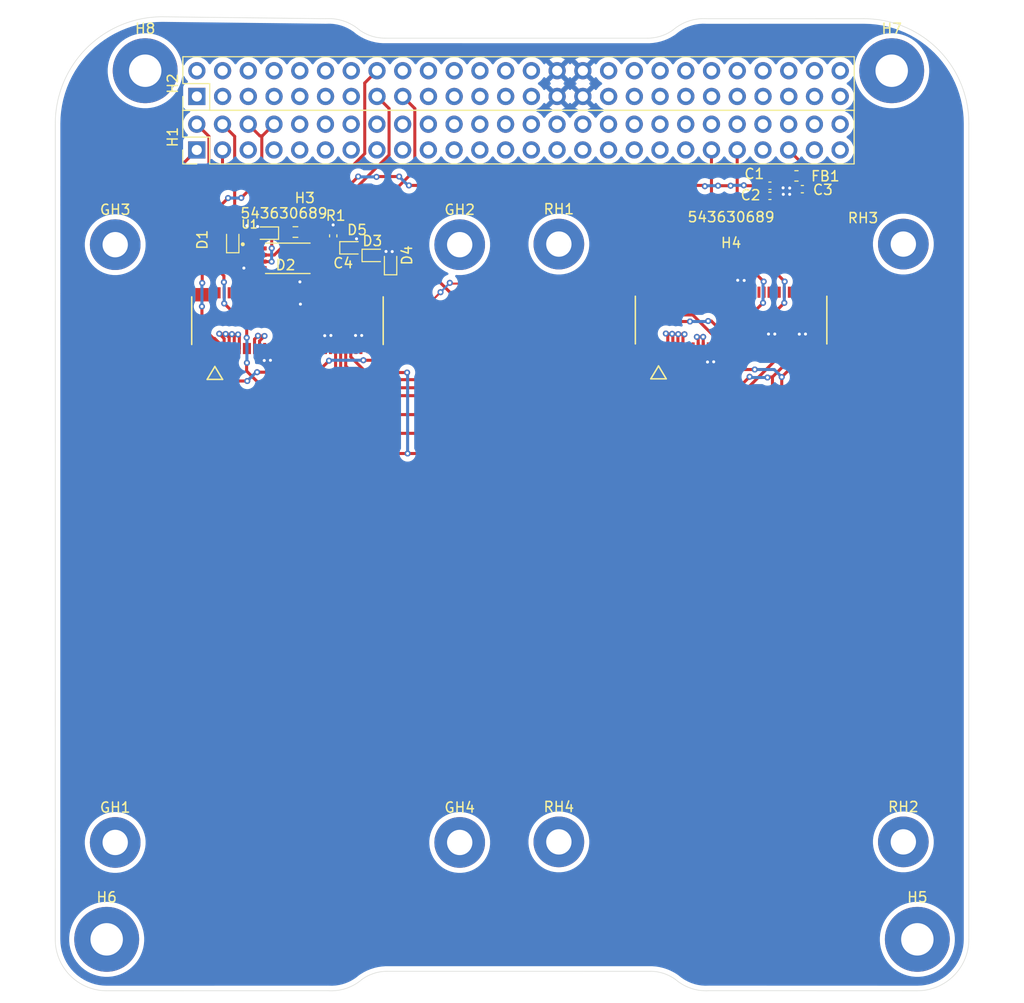
<source format=kicad_pcb>
(kicad_pcb (version 20241229) (generator "pcbnew") (generator_version "9.0")
  (layers (0 "F.Cu" signal) (4 "In1.Cu" signal) (6 "In2.Cu" signal) (2 "B.Cu" power "GNDB.Cu") (13 "F.Paste" user) (15 "B.Paste" user) (5 "F.SilkS" user "F.Silkscreen") (7 "B.SilkS" user "B.Silkscreen") (1 "F.Mask" user) (3 "B.Mask" user) (25 "Edge.Cuts" user))
  (net 0 "")
  (net 1 "3V3_S")
  (net 2 "GND")
  (net 3 "/PPS")
  (net 4 "/CLK_0")
  (net 5 "/CLK_3")
  (net 6 "/CLK_2")
  (net 7 "/CLK_1")
  (net 8 "RAW_BATT")
  (net 10 "/CAN_L")
  (net 30 "/CAN_H")
  (net 33 "5V_S")
  (net 36 "/I2C1_SCL")
  (net 49 "/CAN2_L")
  (net 50 "/CAN2_H")
  (net 51 "/I2C1_SDA")
  (net 111 "/EXT_RST")
  (net 175 "Net-(U1-1G)")
  (net 176 "/PWR_Fanout")
  (footprint "Connector_PinHeader_2.54mm:PinHeader_2x26_P2.54mm_Vertical" (layer "F.Cu") (at 134.48 63.65 90)
    (property "Reference" "H2")
    (property "Value" "Outer Bank")
  )
  (footprint "Capacitor_SMD:C_0402_1005Metric" (layer "F.Cu") (at 147.94 77.41 -90)
    (property "Reference" "C4")
    (property "Value" "0.1μF")
  )
  (footprint "MountingHole:MountingHole_2.5mm_Pad_TopBottom" (layer "F.Cu") (at 204.208427 137.221573)
    (property "Reference" "RH2")
    (property "Value" "Radio Mounting Hole")
  )
  (footprint "Diode_SMD:Nexperia_DSN1608-2_1.6x0.8mm" (layer "F.Cu") (at 138.02 78.06 90)
    (property "Reference" "D1")
    (property "Value" "TVS5B5CL")
  )
  (footprint "MountingHole:MountingHole_2.5mm_Pad_TopBottom" (layer "F.Cu") (at 126.421573 78.278427)
    (property "Reference" "GH3")
    (property "Value" "GPS Mounting Hole")
  )
  (footprint "Capacitor_SMD:C_0402_1005Metric" (layer "F.Cu") (at 191.04 73.46)
    (property "Reference" "C2")
    (property "Value" "1μF")
  )
  (footprint "Inductor_SMD:L_0603_1608Metric" (layer "F.Cu") (at 193.6575 71.49)
    (property "Reference" "FB1")
    (property "Value" "600R")
  )
  (footprint "MountingHole:MountingHole_3.2mm_M3_Pad_TopBottom" (layer "F.Cu") (at 129.38 61.11)
    (property "Reference" "H8")
    (property "Value" "Motherboard Mounting Hole")
  )
  (footprint "Capacitor_SMD:C_0402_1005Metric" (layer "F.Cu") (at 191.04 72.46 180)
    (property "Reference" "C1")
    (property "Value" "0.1μF")
  )
  (footprint "Connector_Molex:CON_MolexSlimStack_54363-0689" (layer "F.Cu") (at 143.421573 85.778427)
    (property "Reference" "H3")
    (property "Value" "GPS Connector")
  )
  (footprint "MountingHole:MountingHole_2.5mm_Pad_TopBottom" (layer "F.Cu") (at 170.208427 137.221573)
    (property "Reference" "RH4")
    (property "Value" "Radio Mounting Hole")
  )
  (footprint "Connector_PinHeader_2.54mm:PinHeader_2x26_P2.54mm_Vertical" (layer "F.Cu") (at 134.47 68.93 90)
    (property "Reference" "H1")
    (property "Value" "Inner Bank")
  )
  (footprint "MountingHole:MountingHole_3.2mm_M3_Pad_TopBottom" (layer "F.Cu") (at 203.06 61.11)
    (property "Reference" "H7")
    (property "Value" "Motherboard Mounting Hole")
  )
  (footprint "LMK1C1104PWR (1):SOP65P640X120-8N" (layer "F.Cu") (at 143.455 79.625)
    (property "Reference" "U1")
    (property "Value" "LMK1C1104PWR")
  )
  (footprint "Resistor_SMD:R_0603_1608Metric" (layer "F.Cu") (at 144.21 77.03 180)
    (property "Reference" "R1")
    (property "Value" "300k")
  )
  (footprint "MountingHole:MountingHole_2.5mm_Pad_TopBottom" (layer "F.Cu") (at 170.208427 78.221573)
    (property "Reference" "RH1")
    (property "Value" "Radio Mounting Hole")
  )
  (footprint "MountingHole:MountingHole_2.5mm_Pad_TopBottom" (layer "F.Cu") (at 160.421573 137.278427)
    (property "Reference" "GH4")
    (property "Value" "GPS Mounting Hole")
  )
  (footprint "Diode_SMD:Nexperia_DSN1608-2_1.6x0.8mm" (layer "F.Cu") (at 141.53 77.14 180)
    (property "Reference" "D2")
    (property "Value" "TVS5B5CL")
  )
  (footprint "Connector_Molex:CON_MolexSlimStack_54363-0689" (layer "F.Cu") (at 187.208427 85.721573)
    (property "Reference" "H4")
    (property "Value" "Radio Connector")
  )
  (footprint "MountingHole:MountingHole_3.2mm_M3_Pad_TopBottom" (layer "F.Cu") (at 205.59 146.84)
    (property "Reference" "H5")
    (property "Value" "Motherboard Mounting Hole")
  )
  (footprint "MountingHole:MountingHole_2.5mm_Pad_TopBottom" (layer "F.Cu") (at 126.421573 137.278427)
    (property "Reference" "GH1")
    (property "Value" "GPS Mounting Hole")
  )
  (footprint "Diode_SMD:Nexperia_DSN1608-2_1.6x0.8mm" (layer "F.Cu") (at 149.6 78.59)
    (property "Reference" "D5")
    (property "Value" "TVS5B5CL")
  )
  (footprint "Capacitor_SMD:C_0402_1005Metric" (layer "F.Cu") (at 194.24 72.8 180)
    (property "Reference" "C3")
    (property "Value" "10μF")
  )
  (footprint "Diode_SMD:Nexperia_DSN1608-2_1.6x0.8mm" (layer "F.Cu") (at 153.6 80.235 90)
    (property "Reference" "D4")
    (property "Value" "TVS5B5CL")
  )
  (footprint "MountingHole:MountingHole_2.5mm_Pad_TopBottom" (layer "F.Cu") (at 204.208427 78.221573)
    (property "Reference" "RH3")
    (property "Value" "Radio Mounting Hole")
  )
  (footprint "MountingHole:MountingHole_2.5mm_Pad_TopBottom" (layer "F.Cu") (at 160.421573 78.278427)
    (property "Reference" "GH2")
    (property "Value" "GPS Mounting Hole")
  )
  (footprint "Diode_SMD:Nexperia_DSN1608-2_1.6x0.8mm" (layer "F.Cu") (at 151.8 79.34)
    (property "Reference" "D3")
    (property "Value" "TVS5B5CL")
  )
  (footprint "MountingHole:MountingHole_3.2mm_M3_Pad_TopBottom" (layer "F.Cu") (at 125.58 146.84)
    (property "Reference" "H6")
    (property "Value" "Motherboard Mounting Hole")
  )
  (gr_arc (start 185.04155 151.910427) (mid 183.265423 151.679243) (end 181.708983 150.792921) (stroke (width 0.05)) (layer "Edge.Cuts"))
  (gr_arc (start 125.582643 151.918082) (mid 121.99002 150.430048) (end 120.501918 146.837453) (stroke (width 0.05)) (layer "Edge.Cuts"))
  (gr_arc (start 153.033615 57.894256) (mid 151.721162 57.689025) (end 150.53393 57.093093) (stroke (width 0.05)) (layer "Edge.Cuts"))
  (gr_arc (start 150.77599 150.794833) (mid 151.963222 150.198901) (end 153.275675 149.99367) (stroke (width 0.05)) (layer "Edge.Cuts"))
  (gr_line (start 184.799264 55.977499) (end 200.32 55.975348) (stroke (width 0.05)) (layer "Edge.Cuts"))
  (gr_line (start 120.501918 146.837453) (end 120.506483 66.340003) (stroke (width 0.05)) (layer "Edge.Cuts"))
  (gr_line (start 178.967238 57.896168) (end 153.033615 57.894256) (stroke (width 0.05)) (layer "Edge.Cuts"))
  (gr_line (start 147.443423 151.912339) (end 125.582643 151.918082) (stroke (width 0.05)) (layer "Edge.Cuts"))
  (gr_line (start 147.201366 55.975587) (end 131.06 55.786483) (stroke (width 0.05)) (layer "Edge.Cuts"))
  (gr_line (start 210.674652 146.8359) (end 210.674652 66.33) (stroke (width 0.05)) (layer "Edge.Cuts"))
  (gr_arc (start 120.506483 66.34) (mid 123.597537 58.877537) (end 131.06 55.786483) (stroke (width 0.05)) (layer "Edge.Cuts"))
  (gr_arc (start 150.77599 150.794833) (mid 149.21955 151.681155) (end 147.443423 151.912339) (stroke (width 0.05)) (layer "Edge.Cuts"))
  (gr_arc (start 200.32 55.975348) (mid 207.641845 59.008155) (end 210.674652 66.33) (stroke (width 0.05)) (layer "Edge.Cuts"))
  (gr_arc (start 210.674652 146.835943) (mid 209.18657 150.42849) (end 205.594023 151.916572) (stroke (width 0.05)) (layer "Edge.Cuts"))
  (gr_line (start 205.594023 151.916572) (end 185.04155 151.910427) (stroke (width 0.05)) (layer "Edge.Cuts"))
  (gr_arc (start 181.466923 57.095005) (mid 183.023363 56.208682) (end 184.79949 55.977499) (stroke (width 0.05)) (layer "Edge.Cuts"))
  (gr_line (start 179.209298 149.991758) (end 153.275675 149.99367) (stroke (width 0.05)) (layer "Edge.Cuts"))
  (gr_arc (start 181.466923 57.095005) (mid 180.279691 57.690935) (end 178.967238 57.896168) (stroke (width 0.05)) (layer "Edge.Cuts"))
  (gr_arc (start 147.201363 55.975587) (mid 148.97749 56.206771) (end 150.53393 57.093093) (stroke (width 0.05)) (layer "Edge.Cuts"))
  (gr_arc (start 179.209298 149.991758) (mid 180.521751 150.196989) (end 181.708983 150.792921) (stroke (width 0.05)) (layer "Edge.Cuts"))
  (segment (start 184.45 87.38) (end 183.83 87.38) (width 0.3) (layer "F.Cu") (net 1))
  (segment (start 183.958428 87.508428) (end 183.83 87.38) (width 0.3) (layer "F.Cu") (net 1))
  (segment (start 194.445 72.525) (end 194.72 72.8) (width 0.3) (layer "F.Cu") (net 1))
  (segment (start 194.43 71.475) (end 194.445 71.49) (width 0.5) (layer "F.Cu") (net 1))
  (segment (start 184.458427 88.471573) (end 184.458427 87.388427) (width 0.3) (layer "F.Cu") (net 1))
  (segment (start 184.458427 88.471573) (end 183.958428 88.471573) (width 0.3) (layer "F.Cu") (net 1))
  (segment (start 140.53 87.29) (end 140.51 87.27) (width 0.3) (layer "F.Cu") (net 1))
  (segment (start 183.958428 88.471573) (end 183.958428 87.508428) (width 0.3) (layer "F.Cu") (net 1))
  (segment (start 194.445 71.49) (end 194.445 72.525) (width 0.3) (layer "F.Cu") (net 1))
  (segment (start 140.671573 87.778427) (end 141.16 87.29) (width 0.3) (layer "F.Cu") (net 1))
  (segment (start 140.171574 87.608426) (end 140.51 87.27) (width 0.3) (layer "F.Cu") (net 1))
  (segment (start 140.671573 88.528427) (end 140.171574 88.528427) (width 0.3) (layer "F.Cu") (net 1))
  (segment (start 140.671573 88.528427) (end 140.671573 87.778427) (width 0.3) (layer "F.Cu") (net 1))
  (segment (start 194.445 70.485) (end 194.445 71.49) (width 0.3) (layer "F.Cu") (net 1))
  (segment (start 194.68 71.725) (end 194.445 71.49) (width 0.3) (layer "F.Cu") (net 1))
  (segment (start 192.89 68.93) (end 194.445 70.485) (width 0.3) (layer "F.Cu") (net 1))
  (segment (start 184.458427 87.388427) (end 184.45 87.38) (width 0.3) (layer "F.Cu") (net 1))
  (segment (start 141.16 87.29) (end 140.53 87.29) (width 0.3) (layer "F.Cu") (net 1))
  (segment (start 140.171574 88.528427) (end 140.171574 87.608426) (width 0.3) (layer "F.Cu") (net 1))
  (via (at 184.45 87.38) (size 0.6) (drill 0.3) (layers "F.Cu" "B.Cu") (net 1))
  (via (at 183.83 87.38) (size 0.6) (drill 0.3) (layers "F.Cu" "B.Cu") (net 1))
  (via (at 141.16 87.29) (size 0.6) (drill 0.3) (layers "F.Cu" "B.Cu") (net 1))
  (via (at 140.51 87.27) (size 0.6) (drill 0.3) (layers "F.Cu" "B.Cu") (net 1))
  (segment (start 187.88 81.81) (end 187.86 81.79) (width 0.3) (layer "F.Cu") (net 2))
  (segment (start 185.49 89.84) (end 185.49 88.503145) (width 0.2) (layer "F.Cu") (net 2))
  (segment (start 193.95 87.1) (end 193.94 87.11) (width 0.3) (layer "F.Cu") (net 2))
  (segment (start 188.458427 81.851573) (end 188.5 81.81) (width 0.3) (layer "F.Cu") (net 2))
  (segment (start 193.958429 87.128429) (end 193.94 87.11) (width 0.2) (layer "F.Cu") (net 2))
  (segment (start 193.958429 88.471573) (end 193.958429 87.128429) (width 0.2) (layer "F.Cu") (net 2))
  (segment (start 184.958429 88.471573) (end 184.958429 89.781571) (width 0.3) (layer "F.Cu") (net 2))
  (segment (start 194.55 87.1) (end 193.95 87.1) (width 0.3) (layer "F.Cu") (net 2))
  (segment (start 188.5 81.81) (end 187.88 81.81) (width 0.3) (layer "F.Cu") (net 2))
  (segment (start 141.15 89.69) (end 141.13 89.71) (width 0.3) (layer "F.Cu") (net 2))
  (segment (start 187.958428 81.888428) (end 187.86 81.79) (width 0.2) (layer "F.Cu") (net 2))
  (segment (start 147.1 87.26) (end 147.69 87.26) (width 0.3) (layer "F.Cu") (net 2))
  (segment (start 194.458428 88.471573) (end 194.458428 87.191572) (width 0.3) (layer "F.Cu") (net 2))
  (segment (start 147.94 76.93) (end 147.94 76.34) (width 0.4) (layer "F.Cu") (net 2))
  (segment (start 187.94 82.953145) (end 187.958428 82.971573) (width 0.2) (layer "F.Cu") (net 2))
  (segment (start 185.458428 89.808428) (end 185.49 89.84) (width 0.2) (layer "F.Cu") (net 2))
  (segment (start 184.9 89.84) (end 184.88 89.86) (width 0.2) (layer "F.Cu") (net 2))
  (segment (start 150.2 77.74) (end 150.24 77.7) (width 0.4) (layer "F.Cu") (net 2))
  (segment (start 150.671574 87.318426) (end 150.75 87.24) (width 0.3) (layer "F.Cu") (net 2))
  (segment (start 138.02 77.46) (end 138.35 77.46) (width 0.3) (layer "F.Cu") (net 2))
  (segment (start 150.2 78.59) (end 150.2 77.74) (width 0.4) (layer "F.Cu") (net 2))
  (segment (start 147.671575 88.528427) (end 147.171573 88.528427) (width 0.3) (layer "F.Cu") (net 2))
  (segment (start 150.172573 87.272573) (end 150.172573 88.528427) (width 0.3) (layer "F.Cu") (net 2))
  (segment (start 144.671573 84.121573) (end 144.7 84.15) (width 0.3) (layer "F.Cu") (net 2))
  (segment (start 141.171575 89.668425) (end 141.13 89.71) (width 0.3) (layer "F.Cu") (net 2))
  (segment (start 144.171574 83.028427) (end 144.171574 82.428426) (width 0.3) (layer "F.Cu") (net 2))
  (segment (start 150.671574 88.528427) (end 150.171575 88.528427) (width 0.3) (layer "F.Cu") (net 2))
  (segment (start 141.171575 88.528427) (end 141.671574 88.528427) (width 0.3) (layer "F.Cu") (net 2))
  (segment (start 150.14 87.24) (end 150.172573 87.272573) (width 0.3) (layer "F.Cu") (net 2))
  (segment (start 191.458429 88.471573) (end 191.458429 87.161571) (width 0.3) (layer "F.Cu") (net 2))
  (segment (start 190.959428 87.159428) (end 190.959428 88.471573) (width 0.3) (layer "F.Cu") (net 2))
  (segment (start 184.958429 89.911571) (end 184.88 89.99) (width 0.2) (layer "F.Cu") (net 2))
  (segment (start 140.48 76.69) (end 140.93 77.14) (width 0.4) (layer "F.Cu") (net 2))
  (segment (start 139.13 80.6) (end 139.12 80.59) (width 0.4) (layer "F.Cu") (net 2))
  (segment (start 140.48 76.49) (end 139.5 76.49) (width 0.4) (layer "F.Cu") (net 2))
  (segment (start 187.958428 82.971573) (end 187.958428 81.888428) (width 0.2) (layer "F.Cu") (net 2))
  (segment (start 185.49 88.503145) (end 185.458428 88.471573) (width 0.2) (layer "F.Cu") (net 2))
  (segment (start 141.671574 89.621574) (end 141.74 89.69) (width 0.3) (layer "F.Cu") (net 2))
  (segment (start 138.35 77.46) (end 139.41 76.4) (width 0.3) (layer "F.Cu") (net 2))
  (segment (start 193.96 88.470002) (end 193.958429 88.471573) (width 0.2) (layer "F.Cu") (net 2))
  (segment (start 144.671573 83.028427) (end 144.171574 83.028427) (width 0.3) (layer "F.Cu") (net 2))
  (segment (start 190.9 87.1) (end 190.959428 87.159428) (width 0.3) (layer "F.Cu") (net 2))
  (segment (start 191.02 88.41) (end 190.958427 88.471573) (width 0.2) (layer "F.Cu") (net 2))
  (segment (start 194.458428 88.471573) (end 193.958429 88.471573) (width 0.3) (layer "F.Cu") (net 2))
  (segment (start 184.958429 89.781571) (end 184.88 89.86) (width 0.3) (layer "F.Cu") (net 2))
  (segment (start 144.171574 82.428426) (end 144.65 81.95) (width 0.3) (layer "F.Cu") (net 2))
  (segment (start 150.171575 88.528427) (end 150.171575 88.621575) (width 0.2) (layer "F.Cu") (net 2))
  (segment (start 141.171575 88.528427) (end 141.171575 89.668425) (width 0.3) (layer "F.Cu") (net 2))
  (segment (start 141.671574 88.528427) (end 141.671574 89.621574) (width 0.3) (layer "F.Cu") (net 2))
  (segment (start 191.458429 88.471573) (end 190.958427 88.471573) (width 0.3) (layer "F.Cu") (net 2))
  (segment (start 150.671574 88.528427) (end 150.671574 87.318426) (width 0.3) (layer "F.Cu") (net 2))
  (segment (start 188.458427 82.971573) (end 188.458427 81.851573) (width 0.3) (layer "F.Cu") (net 2))
  (segment (start 191.52 87.1) (end 190.9 87.1) (width 0.3) (layer "F.Cu") (net 2))
  (segment (start 150.14 87.24) (end 150.75 87.24) (width 0.3) (layer "F.Cu") (net 2))
  (segment (start 141.74 89.69) (end 141.15 89.69) (width 0.3) (layer "F.Cu") (net 2))
  (segment (start 194.458428 87.191572) (end 194.55 87.1) (width 0.3) (layer "F.Cu") (net 2))
  (segment (start 185.458428 89.978428) (end 185.47 89.99) (width 0.2) (layer "F.Cu") (net 2))
  (segment (start 147.69 87.26) (end 147.71 87.24) (width 0.3) (layer "F.Cu") (net 2))
  (segment (start 191.458429 87.161571) (end 191.52 87.1) (width 0.3) (layer "F.Cu") (net 2))
  (segment (start 140.585 80.6) (end 139.13 80.6) (width 0.4) (layer "F.Cu") (net 2))
  (segment (start 140.48 76.49) (end 140.48 76.69) (width 0.4) (layer "F.Cu") (net 2))
  (segment (start 144.671573 83.028427) (end 144.671573 84.121573) (width 0.3) (layer "F.Cu") (net 2))
  (segment (start 147.94 76.34) (end 147.93 76.33) (width 0.4) (layer "F.Cu") (net 2))
  (segment (start 188.458427 82.971573) (end 187.958428 82.971573) (width 0.3) (layer "F.Cu") (net 2))
  (segment (start 185.458428 88.471573) (end 184.958429 88.471573) (width 0.2) (layer "F.Cu") (net 2))
  (segment (start 147.670574 87.279426) (end 147.670574 88.528427) (width 0.3) (layer "F.Cu") (net 2))
  (segment (start 147.171573 87.331573) (end 147.1 87.26) (width 0.3) (layer "F.Cu") (net 2))
  (segment (start 147.71 87.24) (end 147.670574 87.279426) (width 0.3) (layer "F.Cu") (net 2))
  (segment (start 147.171573 88.528427) (end 147.171573 87.331573) (width 0.3) (layer "F.Cu") (net 2))
  (via (at 147.93 76.33) (size 0.6) (drill 0.3) (layers "F.Cu" "B.Cu") (net 2))
  (via (at 153.76 78.96) (size 0.6) (drill 0.3) (layers "F.Cu" "B.Cu") (net 2))
  (via (at 191.52 87.1) (size 0.6) (drill 0.3) (layers "F.Cu" "B.Cu") (net 2))
  (via (at 141.74 89.69) (size 0.6) (drill 0.3) (layers "F.Cu" "B.Cu") (net 2))
  (via (at 188.5 81.81) (size 0.6) (drill 0.3) (layers "F.Cu" "B.Cu") (net 2))
  (via (at 141.13 89.71) (size 0.6) (drill 0.3) (layers "F.Cu" "B.Cu") (net 2))
  (via (at 150.24 77.7) (size 0.6) (drill 0.3) (layers "F.Cu" "B.Cu") (net 2))
  (via (at 194.55 87.1) (size 0.6) (drill 0.3) (layers "F.Cu" "B.Cu") (net 2))
  (via (at 190.9 87.1) (size 0.6) (drill 0.3) (layers "F.Cu" "B.Cu") (net 2))
  (via (at 192.34 72.67) (size 0.6) (drill 0.3) (layers "F.Cu" "B.Cu") (net 2))
  (via (at 140.48 76.49) (size 0.6) (drill 0.3) (layers "F.Cu" "B.Cu") (net 2))
  (via (at 193.94 87.11) (size 0.6) (drill 0.3) (layers "F.Cu" "B.Cu") (net 2))
  (via (at 153.15 78.95) (size 0.6) (drill 0.3) (layers "F.Cu" "B.Cu") (net 2))
  (via (at 144.65 81.95) (size 0.6) (drill 0.3) (layers "F.Cu" "B.Cu") (net 2))
  (via (at 187.86 81.79) (size 0.6) (drill 0.3) (layers "F.Cu" "B.Cu") (net 2))
  (via (at 144.7 84.15) (size 0.6) (drill 0.3) (layers "F.Cu" "B.Cu") (net 2))
  (via (at 139.12 80.59) (size 0.6) (drill 0.3) (layers "F.Cu" "B.Cu") (net 2))
  (via (at 150.14 87.24) (size 0.6) (drill 0.3) (layers "F.Cu" "B.Cu") (net 2))
  (via (at 185.49 89.84) (size 0.6) (drill 0.3) (layers "F.Cu" "B.Cu") (net 2))
  (via (at 192.99 72.69) (size 0.6) (drill 0.3) (layers "F.Cu" "B.Cu") (net 2))
  (via (at 147.1 87.26) (size 0.6) (drill 0.3) (layers "F.Cu" "B.Cu") (net 2))
  (via (at 192.36 73.31) (size 0.6) (drill 0.3) (layers "F.Cu" "B.Cu") (net 2))
  (via (at 150.75 87.24) (size 0.6) (drill 0.3) (layers "F.Cu" "B.Cu") (net 2))
  (via (at 184.88 89.86) (size 0.6) (drill 0.3) (layers "F.Cu" "B.Cu") (net 2))
  (via (at 192.99 73.31) (size 0.6) (drill 0.3) (layers "F.Cu" "B.Cu") (net 2))
  (via (at 147.71 87.24) (size 0.6) (drill 0.3) (layers "F.Cu" "B.Cu") (net 2))
  (via (at 139.41 76.4) (size 0.6) (drill 0.3) (layers "F.Cu" "B.Cu") (net 2))
  (segment (start 143.671573 82.321573) (end 143.19 81.84) (width 0.3) (layer "F.Cu") (net 3))
  (segment (start 143.671573 83.028427) (end 143.671573 82.321573) (width 0.3) (layer "F.Cu") (net 3))
  (segment (start 138.701 81.84) (end 138.02 81.159) (width 0.3) (layer "F.Cu") (net 3))
  (segment (start 138.325 78.65) (end 138.02 78.345) (width 0.3) (layer "F.Cu") (net 3))
  (segment (start 140.585 78.65) (end 138.325 78.65) (width 0.3) (layer "F.Cu") (net 3))
  (segment (start 138.02 81.159) (end 138.02 78.345) (width 0.3) (layer "F.Cu") (net 3))
  (segment (start 143.19 81.84) (end 138.701 81.84) (width 0.3) (layer "F.Cu") (net 3))
  (segment (start 151.049 69.289471) (end 151.049 62.321) (width 0.3) (layer "F.Cu") (net 4))
  (segment (start 141.869998 77.195002) (end 141.895 77.17) (width 0.3) (layer "F.Cu") (net 4))
  (segment (start 148.418471 71.92) (end 151.049 69.289471) (width 0.3) (layer "F.Cu") (net 4))
  (segment (start 151.049 62.321) (end 152.26 61.11) (width 0.3) (layer "F.Cu") (net 4))
  (segment (start 141.9 77.165) (end 141.9 73.74) (width 0.3) (layer "F.Cu") (net 4))
  (segment (start 140.585 79.95) (end 141.86 79.95) (width 0.3) (layer "F.Cu") (net 4))
  (segment (start 141.869998 78.630763) (end 141.869998 77.195002) (width 0.3) (layer "F.Cu") (net 4))
  (segment (start 141.9 73.74) (end 143.72 71.92) (width 0.3) (layer "F.Cu") (net 4))
  (segment (start 141.895 77.17) (end 141.9 77.165) (width 0.3) (layer "F.Cu") (net 4))
  (segment (start 143.72 71.92) (end 148.418471 71.92) (width 0.3) (layer "F.Cu") (net 4))
  (via (at 141.86 79.95) (size 0.6) (drill 0.3) (layers "F.Cu" "B.Cu") (net 4))
  (via (at 141.869998 78.630763) (size 0.6) (drill 0.3) (layers "F.Cu" "B.Cu") (net 4))
  (segment (start 141.86 78.640761) (end 141.869998 78.630763) (width 0.3) (layer "B.Cu") (net 4))
  (segment (start 141.86 79.95) (end 141.86 78.640761) (width 0.3) (layer "B.Cu") (net 4))
  (segment (start 187.458427 82.971573) (end 187.458427 83.681573) (width 0.3) (layer "F.Cu") (net 5))
  (segment (start 160.725 84.245) (end 157 80.52) (width 0.3) (layer "F.Cu") (net 5))
  (segment (start 187.458427 83.681573) (end 186.895 84.245) (width 0.3) (layer "F.Cu") (net 5))
  (segment (start 157 80.52) (end 153.6 80.52) (width 0.3) (layer "F.Cu") (net 5))
  (segment (start 146.325 80.6) (end 153.52 80.6) (width 0.3) (layer "F.Cu") (net 5))
  (segment (start 186.895 84.245) (end 160.725 84.245) (width 0.3) (layer "F.Cu") (net 5))
  (segment (start 153.52 80.6) (end 153.6 80.52) (width 0.3) (layer "F.Cu") (net 5))
  (segment (start 151.515 79.34) (end 151.515 75.405) (width 0.3) (layer "F.Cu") (net 6))
  (segment (start 155.991 64.841) (end 154.8 63.65) (width 0.3) (layer "F.Cu") (net 6))
  (segment (start 146.325 79.3) (end 151.475 79.3) (width 0.3) (layer "F.Cu") (net 6))
  (segment (start 155.991 70.929) (end 155.991 64.841) (width 0.3) (layer "F.Cu") (net 6))
  (segment (start 151.515 75.405) (end 155.991 70.929) (width 0.3) (layer "F.Cu") (net 6))
  (segment (start 151.475 79.3) (end 151.515 79.34) (width 0.3) (layer "F.Cu") (net 6))
  (segment (start 153.451 69.427471) (end 153.451 64.841) (width 0.3) (layer "F.Cu") (net 7))
  (segment (start 146.325 78.65) (end 149.255 78.65) (width 0.3) (layer "F.Cu") (net 7))
  (segment (start 149.315 78.59) (end 149.315 73.563471) (width 0.3) (layer "F.Cu") (net 7))
  (segment (start 149.255 78.65) (end 149.315 78.59) (width 0.3) (layer "F.Cu") (net 7))
  (segment (start 153.451 64.841) (end 152.26 63.65) (width 0.3) (layer "F.Cu") (net 7))
  (segment (start 149.315 73.563471) (end 153.451 69.427471) (width 0.3) (layer "F.Cu") (net 7))
  (segment (start 136.671574 90.281574) (end 136.171575 89.781575) (width 0.3) (layer "F.Cu") (net 8))
  (segment (start 180.458428 88.471573) (end 180.458428 89.351572) (width 0.3) (layer "F.Cu") (net 8))
  (segment (start 138.12462 91.73462) (end 136.671574 90.281574) (width 0.3) (layer "F.Cu") (net 8))
  (segment (start 134.98 86.39685) (end 134.98 84.378429) (width 0.3) (layer "F.Cu") (net 8))
  (segment (start 136.171575 89.781575) (end 136.171575 88.528427) (width 0.3) (layer "F.Cu") (net 8))
  (segment (start 140.889 67.591) (end 140.945 67.535) (width 0.3) (layer "F.Cu") (net 8))
  (segment (start 136.171575 88.528427) (end 136.171575 87.588425) (width 0.3) (layer "F.Cu") (net 8))
  (segment (start 135.01 82.058425) (end 135.01 76.231) (width 0.3) (layer "F.Cu") (net 8))
  (segment (start 180.12 89.69) (end 173.68 89.69) (width 0.3) (layer "F.Cu") (net 8))
  (segment (start 173.68 89.69) (end 150.91924 89.69) (width 0.3) (layer "F.Cu") (net 8))
  (segment (start 136.171575 87.588425) (end 136.23 87.53) (width 0.3) (layer "F.Cu") (net 8))
  (segment (start 138.861 73.66) (end 140.889 71.632) (width 0.3) (layer "F.Cu") (net 8))
  (segment (start 180.458428 89.351572) (end 180.12 89.69) (width 0.3) (layer "F.Cu") (net 8))
  (segment (start 146.386194 90.86538) (end 140.42462 90.86538) (width 0.3) (layer "F.Cu") (net 8))
  (segment (start 139.55 66.39) (end 140.695 67.535) (width 0.3) (layer "F.Cu") (net 8))
  (segment (start 136.671574 90.281574) (end 136.671574 88.528427) (width 0.3) (layer "F.Cu") (net 8))
  (segment (start 179.958429 88.471573) (end 179.958429 89.321573) (width 0.3) (layer "F.Cu") (net 8))
  (segment (start 139.45538 91.73462) (end 138.12462 91.73462) (width 0.3) (layer "F.Cu") (net 8))
  (segment (start 136.671574 87.971574) (end 136.23 87.53) (width 0.3) (layer "F.Cu") (net 8))
  (segment (start 150.91924 89.69) (end 150.91462 89.68538) (width 0.3) (layer "F.Cu") (net 8))
  (segment (start 136.171575 87.588425) (end 134.98 86.39685) (width 0.3) (layer "F.Cu") (net 8))
  (segment (start 140.695 67.535) (end 140.945 67.535) (width 0.3) (layer "F.Cu") (net 8))
  (segment (start 136.671574 88.528427) (end 136.671574 87.971574) (width 0.3) (layer "F.Cu") (net 8))
  (segment (start 147.521574 89.73) (end 146.386194 90.86538) (width 0.3) (layer "F.Cu") (net 8))
  (segment (start 135.01 76.231) (end 137.561 73.68) (width 0.3) (layer "F.Cu") (net 8))
  (segment (start 179.958429 89.321573) (end 179.590002 89.69) (width 0.3) (layer "F.Cu") (net 8))
  (segment (start 140.889 71.632) (end 140.889 67.591) (width 0.3) (layer "F.Cu") (net 8))
  (segment (start 140.945 67.535) (end 142.09 66.39) (width 0.3) (layer "F.Cu") (net 8))
  (via (at 139.45538 91.73462) (size 0.6) (drill 0.3) (layers "F.Cu" "B.Cu") (net 8))
  (via (at 135.01 82.058425) (size 0.6) (drill 0.3) (layers "F.Cu" "B.Cu") (net 8))
  (via (at 134.98 84.378429) (size 0.6) (drill 0.3) (layers "F.Cu" "B.Cu") (net 8))
  (via (at 137.561 73.68) (size 0.6) (drill 0.3) (layers "F.Cu" "B.Cu") (net 8))
  (via (at 147.521574 89.73) (size 0.6) (drill 0.3) (layers "F.Cu" "B.Cu") (net 8))
  (via (at 138.861 73.66) (size 0.6) (drill 0.3) (layers "F.Cu" "B.Cu") (net 8))
  (via (at 150.91462 89.68538) (size 0.6) (drill 0.3) (layers "F.Cu" "B.Cu") (net 8))
  (via (at 140.42462 90.86538) (size 0.6) (drill 0.3) (layers "F.Cu" "B.Cu") (net 8))
  (segment (start 150.91462 89.68538) (end 147.566194 89.68538) (width 0.3) (layer "B.Cu") (net 8))
  (segment (start 137.561 73.68) (end 138.841 73.68) (width 0.3) (layer "B.Cu") (net 8))
  (segment (start 140.42462 90.86538) (end 140.32462 90.86538) (width 0.3) (layer "B.Cu") (net 8))
  (segment (start 138.841 73.68) (end 138.861 73.66) (width 0.3) (layer "B.Cu") (net 8))
  (segment (start 134.98 82.088425) (end 135.01 82.058425) (width 0.3) (layer "B.Cu") (net 8))
  (segment (start 134.98 84.378429) (end 134.98 82.088425) (width 0.3) (layer "B.Cu") (net 8))
  (segment (start 140.32462 90.86538) (end 139.45538 91.73462) (width 0.3) (layer "B.Cu") (net 8))
  (segment (start 147.566194 89.68538) (end 147.521574 89.73) (width 0.3) (layer "B.Cu") (net 8))
  (segment (start 151.21 90.9) (end 149.671573 89.361573) (width 0.3) (layer "F.Cu") (net 10))
  (segment (start 155.23 90.9) (end 151.21 90.9) (width 0.3) (layer "F.Cu") (net 10))
  (segment (start 155.28 98.89) (end 138.56 98.89) (width 0.3) (layer "F.Cu") (net 10))
  (segment (start 149.671573 89.361573) (end 149.671573 88.528427) (width 0.3) (layer "F.Cu") (net 10))
  (segment (start 130.12 90.45) (end 130.12 73.28) (width 0.3) (layer "F.Cu") (net 10))
  (segment (start 130.12 73.28) (end 134.47 68.93) (width 0.3) (layer "F.Cu") (net 10))
  (segment (start 190.52 98.89) (end 155.28 98.89) (width 0.3) (layer "F.Cu") (net 10))
  (segment (start 193.458427 88.471573) (end 193.458427 95.951573) (width 0.3) (layer "F.Cu") (net 10))
  (segment (start 193.458427 95.951573) (end 190.52 98.89) (width 0.3) (layer "F.Cu") (net 10))
  (segment (start 138.56 98.89) (end 130.12 90.45) (width 0.3) (layer "F.Cu") (net 10))
  (via (at 155.28 98.89) (size 0.6) (drill 0.3) (layers "F.Cu" "B.Cu") (net 10))
  (via (at 155.23 90.9) (size 0.6) (drill 0.3) (layers "F.Cu" "B.Cu") (net 10))
  (segment (start 155.28 98.89) (end 155.28 90.95) (width 0.3) (layer "B.Cu") (net 10))
  (segment (start 155.28 90.95) (end 155.23 90.9) (width 0.3) (layer "B.Cu") (net 10))
  (segment (start 133.97059 75.38941) (end 137.01 72.35) (width 0.3) (layer "F.Cu") (net 30))
  (segment (start 189.24 95.05) (end 146.31 95.05) (width 0.3) (layer "F.Cu") (net 30))
  (segment (start 191.29 93) (end 189.24 95.05) (width 0.3) (layer "F.Cu") (net 30))
  (segment (start 191.29 91.34) (end 190.84924 91.34) (width 0.3) (layer "F.Cu") (net 30))
  (segment (start 137.01 72.35) (end 137.01 68.93) (width 0.3) (layer "F.Cu") (net 30))
  (segment (start 189.03538 91.31538) (end 187.95076 92.4) (width 0.3) (layer "F.Cu") (net 30))
  (segment (start 148.671573 91.051573) (end 150.02 92.4) (width 0.3) (layer "F.Cu") (net 30))
  (segment (start 192.458427 88.471573) (end 192.458427 90.171573) (width 0.3) (layer "F.Cu") (net 30))
  (segment (start 133.97059 89.349427) (end 133.97059 75.38941) (width 0.3) (layer "F.Cu") (net 30))
  (segment (start 187.95076 92.4) (end 150.02 92.4) (width 0.3) (layer "F.Cu") (net 30))
  (segment (start 139.671163 95.05) (end 133.97059 89.349427) (width 0.3) (layer "F.Cu") (net 30))
  (segment (start 148.671573 88.528427) (end 148.671573 91.051573) (width 0.3) (layer "F.Cu") (net 30))
  (segment (start 146.31 95.05) (end 139.671163 95.05) (width 0.3) (layer "F.Cu") (net 30))
  (segment (start 190.84924 91.34) (end 190.79962 91.38962) (width 0.3) (layer "F.Cu") (net 30))
  (segment (start 191.29 91.34) (end 191.29 93) (width 0.3) (layer "F.Cu") (net 30))
  (segment (start 192.458427 90.171573) (end 191.29 91.34) (width 0.3) (layer "F.Cu") (net 30))
  (via (at 189.03538 91.31538) (size 0.6) (drill 0.3) (layers "F.Cu" "B.Cu") (net 30))
  (via (at 190.79962 91.38962) (size 0.6) (drill 0.3) (layers "F.Cu" "B.Cu") (net 30))
  (segment (start 190.79962 91.38962) (end 189.10962 91.38962) (width 0.3) (layer "B.Cu") (net 30))
  (segment (start 189.10962 91.38962) (end 189.03538 91.31538) (width 0.3) (layer "B.Cu") (net 30))
  (segment (start 137.94 87.11) (end 137.34 87.11) (width 0.3) (layer "F.Cu") (net 33))
  (segment (start 138.171573 88.528427) (end 137.671574 88.528427) (width 0.3) (layer "F.Cu") (net 33))
  (segment (start 181.99 87.11) (end 181.42 87.11) (width 0.3) (layer "F.Cu") (net 33))
  (segment (start 182.458429 88.471573) (end 181.958427 88.471573) (width 0.3) (layer "F.Cu") (net 33))
  (segment (start 138.671575 88.528427) (end 138.171573 88.528427) (width 0.3) (layer "F.Cu") (net 33))
  (segment (start 181.39 87.08) (end 180.8 87.08) (width 0.3) (layer "F.Cu") (net 33))
  (segment (start 137.671574 88.528427) (end 137.171573 88.528427) (width 0.3) (layer "F.Cu") (net 33))
  (segment (start 180.958427 87.238427) (end 180.77 87.05) (width 0.3) (layer "F.Cu") (net 33))
  (segment (start 182.458429 88.471573) (end 182.458429 87.271571) (width 0.3) (layer "F.Cu") (net 33))
  (segment (start 137.32 87.09) (end 136.71 87.09) (width 0.3) (layer "F.Cu") (net 33))
  (segment (start 138.171573 87.341573) (end 137.94 87.11) (width 0.3) (layer "F.Cu") (net 33))
  (segment (start 182 87.12) (end 181.99 87.11) (width 0.3) (layer "F.Cu") (net 33))
  (segment (start 181.458428 87.148428) (end 181.39 87.08) (width 0.3) (layer "F.Cu") (net 33))
  (segment (start 181.458428 88.471573) (end 181.458428 87.148428) (width 0.3) (layer "F.Cu") (net 33))
  (segment (start 180.958427 88.471573) (end 181.458428 88.471573) (width 0.3) (layer "F.Cu") (net 33))
  (segment (start 181.958427 88.471573) (end 181.958427 87.141573) (width 0.3) (layer "F.Cu") (net 33))
  (segment (start 180.8 87.08) (end 180.77 87.05) (width 0.3) (layer "F.Cu") (net 33))
  (segment (start 137.671574 88.528427) (end 137.671574 87.441574) (width 0.3) (layer "F.Cu") (net 33))
  (segment (start 138.55 87.14) (end 137.97 87.14) (width 0.3) (layer "F.Cu") (net 33))
  (segment (start 137.671574 87.441574) (end 137.32 87.09) (width 0.3) (layer "F.Cu") (net 33))
  (segment (start 182.61 87.12) (end 182 87.12) (width 0.3) (layer "F.Cu") (net 33))
  (segment (start 181.958427 88.471573) (end 181.458428 88.471573) (width 0.3) (layer "F.Cu") (net 33))
  (segment (start 181.42 87.11) (end 181.39 87.08) (width 0.3) (layer "F.Cu") (net 33))
  (segment (start 182.458429 87.271571) (end 182.61 87.12) (width 0.3) (layer "F.Cu") (net 33))
  (segment (start 137.34 87.11) (end 137.32 87.09) (width 0.3) (layer "F.Cu") (net 33))
  (segment (start 137.171573 88.528427) (end 137.171573 87.551573) (width 0.3) (layer "F.Cu") (net 33))
  (segment (start 138.671575 87.261575) (end 138.55 87.14) (width 0.3) (layer "F.Cu") (net 33))
  (segment (start 180.958427 88.471573) (end 180.958427 87.238427) (width 0.3) (layer "F.Cu") (net 33))
  (segment (start 138.671575 88.528427) (end 138.671575 87.261575) (width 0.3) (layer "F.Cu") (net 33))
  (segment (start 137.171573 87.551573) (end 136.69 87.07) (width 0.3) (layer "F.Cu") (net 33))
  (segment (start 138.171573 88.528427) (end 138.171573 87.341573) (width 0.3) (layer "F.Cu") (net 33))
  (segment (start 137.97 87.14) (end 137.94 87.11) (width 0.3) (layer "F.Cu") (net 33))
  (segment (start 181.958427 87.141573) (end 181.99 87.11) (width 0.3) (layer "F.Cu") (net 33))
  (segment (start 136.71 87.09) (end 136.69 87.07) (width 0.3) (layer "F.Cu") (net 33))
  (via (at 138.55 87.14) (size 0.6) (drill 0.3) (layers "F.Cu" "B.Cu") (net 33))
  (via (at 136.69 87.07) (size 0.6) (drill 0.3) (layers "F.Cu" "B.Cu") (net 33))
  (via (at 137.32 87.09) (size 0.6) (drill 0.3) (layers "F.Cu" "B.Cu") (net 33))
  (via (at 181.99 87.11) (size 0.6) (drill 0.3) (layers "F.Cu" "B.Cu") (net 33))
  (via (at 182.61 87.12) (size 0.6) (drill 0.3) (layers "F.Cu" "B.Cu") (net 33))
  (via (at 137.94 87.11) (size 0.6) (drill 0.3) (layers "F.Cu" "B.Cu") (net 33))
  (via (at 180.77 87.05) (size 0.6) (drill 0.3) (layers "F.Cu" "B.Cu") (net 33))
  (via (at 181.39 87.08) (size 0.6) (drill 0.3) (layers "F.Cu" "B.Cu") (net 33))
  (segment (start 184.94462 85.81538) (end 185.25538 85.81538) (width 0.3) (layer "F.Cu") (net 36))
  (segment (start 185.25538 85.81538) (end 186.458429 87.018429) (width 0.3) (layer "F.Cu") (net 36))
  (segment (start 142.671575 88.528427) (end 142.671575 87.828425) (width 0.3) (layer "F.Cu") (net 36))
  (segment (start 142.671575 88.528427) (end 142.671575 88.418425) (width 0.3) (layer "F.Cu") (net 36))
  (segment (start 186.458429 88.471573) (end 186.458429 87.728429) (width 0.3) (layer "F.Cu") (net 36))
  (segment (start 189.463146 87.018429) (end 190.805788 85.675788) (width 0.3) (layer "F.Cu") (net 36))
  (segment (start 142.671575 88.528427) (end 142.671575 88.501575) (width 0.3) (layer "F.Cu") (net 36))
  (segment (start 142.671575 87.828425) (end 144.638 85.862) (width 0.3) (layer "F.Cu") (net 36))
  (segment (start 190.805788 85.675788) (end 192.46 84.021575) (width 0.3) (layer "F.Cu") (net 36))
  (segment (start 144.638 85.862) (end 183.15038 85.862) (width 0.3) (layer "F.Cu") (net 36))
  (segment (start 187.81 77.235728) (end 187.81 68.93) (width 0.3) (layer "F.Cu") (net 36))
  (segment (start 186.458429 87.728429) (end 186.458429 87.018429) (width 0.3) (layer "F.Cu") (net 36))
  (segment (start 186.458429 87.018429) (end 189.463146 87.018429) (width 0.3) (layer "F.Cu") (net 36))
  (segment (start 192.495843 81.921571) (end 187.81 77.235728) (width 0.3) (layer "F.Cu") (net 36))
  (via (at 192.495843 81.921571) (size 0.6) (drill 0.3) (layers "F.Cu" "B.Cu") (net 36))
  (via (at 192.46 84.021575) (size 0.6) (drill 0.3) (layers "F.Cu" "B.Cu") (net 36))
  (via (at 184.94462 85.81538) (size 0.6) (drill 0.3) (layers "F.Cu" "B.Cu") (net 36))
  (via (at 183.15038 85.862) (size 0.6) (drill 0.3) (layers "F.Cu" "B.Cu") (net 36))
  (segment (start 184.898 85.862) (end 184.94462 85.81538) (width 0.3) (layer "B.Cu") (net 36))
  (segment (start 192.46 84.021575) (end 192.46 81.957414) (width 0.3) (layer "B.Cu") (net 36))
  (segment (start 192.46 81.957414) (end 192.495843 81.921571) (width 0.3) (layer "B.Cu") (net 36))
  (segment (start 183.15038 85.862) (end 184.898 85.862) (width 0.3) (layer "B.Cu") (net 36))
  (segment (start 192.958428 88.471573) (end 192.958428 90.590812) (width 0.3) (layer "F.Cu") (net 49))
  (segment (start 149.171574 90.251574) (end 150.52 91.6) (width 0.3) (layer "F.Cu") (net 49))
  (segment (start 189.88 96.88) (end 184.36 96.88) (width 0.3) (layer "F.Cu") (net 49))
  (segment (start 192.958428 90.590812) (end 192.205918 91.343322) (width 0.3) (layer "F.Cu") (net 49))
  (segment (start 131.99 74.64) (end 135.671 70.959) (width 0.3) (layer "F.Cu") (net 49))
  (segment (start 158.101 91.6) (end 150.52 91.6) (width 0.3) (layer "F.Cu") (net 49))
  (segment (start 149.171574 88.528427) (end 149.171574 90.251574) (width 0.3) (layer "F.Cu") (net 49))
  (segment (start 131.99 89.63) (end 131.99 74.64) (width 0.3) (layer "F.Cu") (net 49))
  (segment (start 135.671 70.959) (end 135.671 67.591) (width 0.3) (layer "F.Cu") (net 49))
  (segment (start 158.101 91.6) (end 159.101 90.6) (width 0.3) (layer "F.Cu") (net 49))
  (segment (start 184.34 96.9) (end 139.26 96.9) (width 0.3) (layer "F.Cu") (net 49))
  (segment (start 192.205918 91.343322) (end 192.205918 94.554082) (width 0.3) (layer "F.Cu") (net 49))
  (segment (start 184.36 96.88) (end 184.34 96.9) (width 0.3) (layer "F.Cu") (net 49))
  (segment (start 139.26 96.9) (end 131.99 89.63) (width 0.3) (layer "F.Cu") (net 49))
  (segment (start 159.101 90.6) (end 189.54 90.6) (width 0.3) (layer "F.Cu") (net 49))
  (segment (start 135.671 67.591) (end 134.47 66.39) (width 0.3) (layer "F.Cu") (net 49))
  (segment (start 192.205918 94.554082) (end 189.88 96.88) (width 0.3) (layer "F.Cu") (net 49))
  (via (at 189.54 90.6) (size 0.6) (drill 0.3) (layers "F.Cu" "B.Cu") (net 49))
  (via (at 192.205918 91.343322) (size 0.6) (drill 0.3) (layers "F.Cu" "B.Cu") (net 49))
  (segment (start 192.205918 91.343322) (end 191.462596 90.6) (width 0.3) (layer "B.Cu") (net 49))
  (segment (start 191.462596 90.6) (end 189.54 90.6) (width 0.3) (layer "B.Cu") (net 49))
  (segment (start 139.39 89.97) (end 139.42 89.94) (width 0.3) (layer "F.Cu") (net 50))
  (segment (start 148.171574 91.831574) (end 149.425 93.085) (width 0.3) (layer "F.Cu") (net 50))
  (segment (start 188.09 93.18) (end 191.958428 89.311572) (width 0.3) (layer "F.Cu") (net 50))
  (segment (start 191.958428 89.311572) (end 191.958428 88.471573) (width 0.3) (layer "F.Cu") (net 50))
  (segment (start 139.4 87.46) (end 139.4 86.297711) (width 0.3) (layer "F.Cu") (net 50))
  (segment (start 135.99 80.2) (end 137.15 81.36) (width 0.3) (layer "F.Cu") (net 50))
  (segment (start 138.211 74.729) (end 135.99 76.95) (width 0.3) (layer "F.Cu") (net 50))
  (segment (start 140.471574 91.831574) (end 139.39 90.75) (width 0.3) (layer "F.Cu") (net 50))
  (segment (start 135.99 76.95) (end 135.99 80.2) (width 0.3) (layer "F.Cu") (net 50))
  (segment (start 139.39 90.75) (end 139.39 89.97) (width 0.3) (layer "F.Cu") (net 50))
  (segment (start 148.171574 88.528427) (end 148.171574 91.831574) (width 0.3) (layer "F.Cu") (net 50))
  (segment (start 139.4 86.297711) (end 137.180718 84.078429) (width 0.3) (layer "F.Cu") (net 50))
  (segment (start 148.171574 91.831574) (end 140.471574 91.831574) (width 0.3) (layer "F.Cu") (net 50))
  (segment (start 149.425 93.085) (end 149.52 93.18) (width 0.3) (layer "F.Cu") (net 50))
  (segment (start 137.15 81.36) (end 137.15 81.978425) (width 0.3) (layer "F.Cu") (net 50))
  (segment (start 137.01 66.39) (end 138.211 67.591) (width 0.3) (layer "F.Cu") (net 50))
  (segment (start 138.211 67.591) (end 138.211 74.729) (width 0.3) (layer "F.Cu") (net 50))
  (segment (start 149.52 93.18) (end 188.09 93.18) (width 0.3) (layer "F.Cu") (net 50))
  (via (at 137.15 81.978425) (size 0.6) (drill 0.3) (layers "F.Cu" "B.Cu") (net 50))
  (via (at 137.180718 84.078429) (size 0.6) (drill 0.3) (layers "F.Cu" "B.Cu") (net 50))
  (via (at 139.4 87.46) (size 0.6) (drill 0.3) (layers "F.Cu" "B.Cu") (net 50))
  (via (at 139.42 89.94) (size 0.6) (drill 0.3) (layers "F.Cu" "B.Cu") (net 50))
  (segment (start 139.42 87.48) (end 139.4 87.46) (width 0.3) (layer "B.Cu") (net 50))
  (segment (start 137.180718 82.009143) (end 137.15 81.978425) (width 0.3) (layer "B.Cu") (net 50))
  (segment (start 139.42 89.94) (end 139.42 87.48) (width 0.3) (layer "B.Cu") (net 50))
  (segment (start 137.180718 84.078429) (end 137.180718 82.009143) (width 0.3) (layer "B.Cu") (net 50))
  (segment (start 190.42415 81.921571) (end 185.27 76.767421) (width 0.3) (layer "F.Cu") (net 51))
  (segment (start 142.171573 87.168427) (end 144.128 85.212) (width 0.3) (layer "F.Cu") (net 51))
  (segment (start 185.27 76.767421) (end 185.27 68.93) (width 0.3) (layer "F.Cu") (net 51))
  (segment (start 183.422 85.212) (end 183.814 84.82) (width 0.3) (layer "F.Cu") (net 51))
  (segment (start 144.128 85.212) (end 183.422 85.212) (width 0.3) (layer "F.Cu") (net 51))
  (segment (start 183.422 85.212) (end 185.958427 87.748427) (width 0.3) (layer "F.Cu") (net 51))
  (segment (start 189.563849 84.82) (end 190.362274 84.021575) (width 0.3) (layer "F.Cu") (net 51))
  (segment (start 185.958427 87.748427) (end 185.958427 88.471573) (width 0.3) (layer "F.Cu") (net 51))
  (segment (start 183.814 84.82) (end 189.563849 84.82) (width 0.3) (layer "F.Cu") (net 51))
  (segment (start 142.171573 88.528427) (end 142.171573 87.168427) (width 0.3) (layer "F.Cu") (net 51))
  (via (at 190.42415 81.921571) (size 0.6) (drill 0.3) (layers "F.Cu" "B.Cu") (net 51))
  (via (at 190.362274 84.021575) (size 0.6) (drill 0.3) (layers "F.Cu" "B.Cu") (net 51))
  (segment (start 190.362274 81.983447) (end 190.42415 81.921571) (width 0.3) (layer "B.Cu") (net 51))
  (segment (start 190.362274 84.021575) (end 190.362274 81.983447) (width 0.3) (layer "B.Cu") (net 51))
  (segment (start 163.624047 82.120573) (end 159.519813 82.120573) (width 0.2) (layer "F.Cu") (net 111))
  (segment (start 143.171573 83.830427) (end 143.171573 83.028427) (width 0.2) (layer "F.Cu") (net 111))
  (segment (start 156.739 84.761) (end 144.102146 84.761) (width 0.2) (layer "F.Cu") (net 111))
  (segment (start 158.53038 82.96962) (end 156.739 84.761) (width 0.2) (layer "F.Cu") (net 111))
  (segment (start 159.519813 82.120573) (end 159.44462 82.04538) (width 0.2) (layer "F.Cu") (net 111))
  (segment (start 144.102146 84.761) (end 143.171573 83.830427) (width 0.2) (layer "F.Cu") (net 111))
  (segment (start 186.909429 82.120573) (end 163.624047 82.120573) (width 0.2) (layer "F.Cu") (net 111))
  (segment (start 186.958427 82.971573) (end 186.958427 82.169571) (width 0.2) (layer "F.Cu") (net 111))
  (segment (start 186.958427 82.169571) (end 186.909429 82.120573) (width 0.2) (layer "F.Cu") (net 111))
  (via (at 158.53038 82.96962) (size 0.6) (drill 0.3) (layers "F.Cu" "B.Cu") (net 111))
  (via (at 159.44462 82.04538) (size 0.6) (drill 0.3) (layers "F.Cu" "B.Cu") (net 111))
  (segment (start 159.44462 82.04538) (end 159.44462 82.05538) (width 0.2) (layer "B.Cu") (net 111))
  (segment (start 159.44462 82.05538) (end 158.53038 82.96962) (width 0.2) (layer "B.Cu") (net 111))
  (segment (start 143.39 78.03) (end 143.39 77.1) (width 0.3) (layer "F.Cu") (net 175))
  (segment (start 142.12 79.3) (end 143.39 78.03) (width 0.3) (layer "F.Cu") (net 175))
  (segment (start 140.585 79.3) (end 142.12 79.3) (width 0.3) (layer "F.Cu") (net 175))
  (segment (start 187.16 72.46) (end 185.92 72.46) (width 0.3) (layer "F.Cu") (net 176))
  (segment (start 184.53962 72.42962) (end 155.40962 72.42962) (width 0.3) (layer "F.Cu") (net 176))
  (segment (start 184.62 72.51) (end 184.53962 72.42962) (width 0.3) (layer "F.Cu") (net 176))
  (segment (start 190.56 73.46) (end 190.56 72.46) (width 0.3) (layer "F.Cu") (net 176))
  (segment (start 146.67 75.289232) (end 146.67 77.07) (width 0.3) (layer "F.Cu") (net 176))
  (segment (start 146.325 79.95) (end 145.517212 79.95) (width 0.3) (layer "F.Cu") (net 176))
  (segment (start 192.87 71.49) (end 191.220001 71.49) (width 0.3) (layer "F.Cu") (net 176))
  (segment (start 190.56 72.46) (end 188.5 72.46) (width 0.3) (layer "F.Cu") (net 176))
  (segment (start 145.035 77.03) (end 146.63 77.03) (width 0.3) (layer "F.Cu") (net 176))
  (segment (start 145.035 79.467788) (end 145.035 77.03) (width 0.3) (layer "F.Cu") (net 176))
  (segment (start 154.44538 71.55538) (end 152.24233 71.55538) (width 0.3) (layer "F.Cu") (net 176))
  (segment (start 145.517212 79.95) (end 145.035 79.467788) (width 0.3) (layer "F.Cu") (net 176))
  (segment (start 146.67 77.07) (end 146.67 77.47) (width 0.3) (layer "F.Cu") (net 176))
  (segment (start 188.5 72.46) (end 188.46 72.42) (width 0.3) (layer "F.Cu") (net 176))
  (segment (start 191.220001 71.49) (end 190.56 72.150001) (width 0.3) (layer "F.Cu") (net 176))
  (segment (start 146.63 77.03) (end 146.67 77.07) (width 0.3) (layer "F.Cu") (net 176))
  (segment (start 147.09 77.89) (end 147.94 77.89) (width 0.3) (layer "F.Cu") (net 176))
  (segment (start 152.24233 71.55538) (end 152.208853 71.588857) (width 0.3) (layer "F.Cu") (net 176))
  (segment (start 146.67 77.47) (end 147.09 77.89) (width 0.3) (layer "F.Cu") (net 176))
  (segment (start 150.404615 71.554617) (end 146.67 75.289232) (width 0.3) (layer "F.Cu") (net 176))
  (segment (start 190.56 72.150001) (end 190.56 72.46) (width 0.3) (layer "F.Cu") (net 176))
  (via (at 187.16 72.46) (size 0.6) (drill 0.3) (layers "F.Cu" "B.Cu") (net 176))
  (via (at 152.208853 71.588857) (size 0.6) (drill 0.3) (layers "F.Cu" "B.Cu") (net 176))
  (via (at 185.92 72.46) (size 0.6) (drill 0.3) (layers "F.Cu" "B.Cu") (net 176))
  (via (at 154.44538 71.55538) (size 0.6) (drill 0.3) (layers "F.Cu" "B.Cu") (net 176))
  (via (at 150.404615 71.554617) (size 0.6) (drill 0.3) (layers "F.Cu" "B.Cu") (net 176))
  (via (at 155.40962 72.42962) (size 0.6) (drill 0.3) (layers "F.Cu" "B.Cu") (net 176))
  (via (at 188.46 72.42) (size 0.6) (drill 0.3) (layers "F.Cu" "B.Cu") (net 176))
  (via (at 184.62 72.51) (size 0.6) (drill 0.3) (layers "F.Cu" "B.Cu") (net 176))
  (segment (start 155.31962 72.42962) (end 154.44538 71.55538) (width 0.3) (layer "B.Cu") (net 176))
  (segment (start 150.438855 71.588857) (end 150.404615 71.554617) (width 0.3) (layer "B.Cu") (net 176))
  (segment (start 185.92 72.46) (end 184.67 72.46) (width 0.3) (layer "B.Cu") (net 176))
  (segment (start 187.2 72.42) (end 187.16 72.46) (width 0.3) (layer "B.Cu") (net 176))
  (segment (start 152.208853 71.588857) (end 150.438855 71.588857) (width 0.3) (layer "B.Cu") (net 176))
  (segment (start 184.67 72.46) (end 184.62 72.51) (width 0.3) (layer "B.Cu") (net 176))
  (segment (start 155.40962 72.42962) (end 155.31962 72.42962) (width 0.3) (layer "B.Cu") (net 176))
  (segment (start 188.46 72.42) (end 187.2 72.42) (width 0.3) (layer "B.Cu") (net 176))
  (zone (net 2) (net_name "GND") (layer "F.Cu") (priority 1) (connect_pads yes (clearance 0.5)) (min_thickness 0.25) (fill yes (thermal_gap 0.5) (thermal_bridge_width 0.5))
    (polygon (pts (xy 191.147836 72.1) (xy 191.04 73.92) (xy 194.1 73.49) (xy 194.11 72.3)))
  )
  (zone (net 2) (net_name "GND") (layer "F.Cu") (priority 2) (connect_pads yes (clearance 0.5)) (min_thickness 0.25) (fill yes (thermal_gap 0.5) (thermal_bridge_width 0.5))
    (polygon (pts (xy 152.18 78.62) (xy 152.19 79.83) (xy 154.09 79.87) (xy 154.21 78.59)))
  )
  (zone (net 2) (net_name "GND") (layer "B.Cu") (connect_pads (clearance 0.5)) (min_thickness 0.25) (fill yes (thermal_gap 0.5) (thermal_bridge_width 0.5))
    (polygon (pts (xy 119.22 54.58) (xy 119.52 153) (xy 211.89 153.15) (xy 211.74 54.13)))
  )
)
</source>
